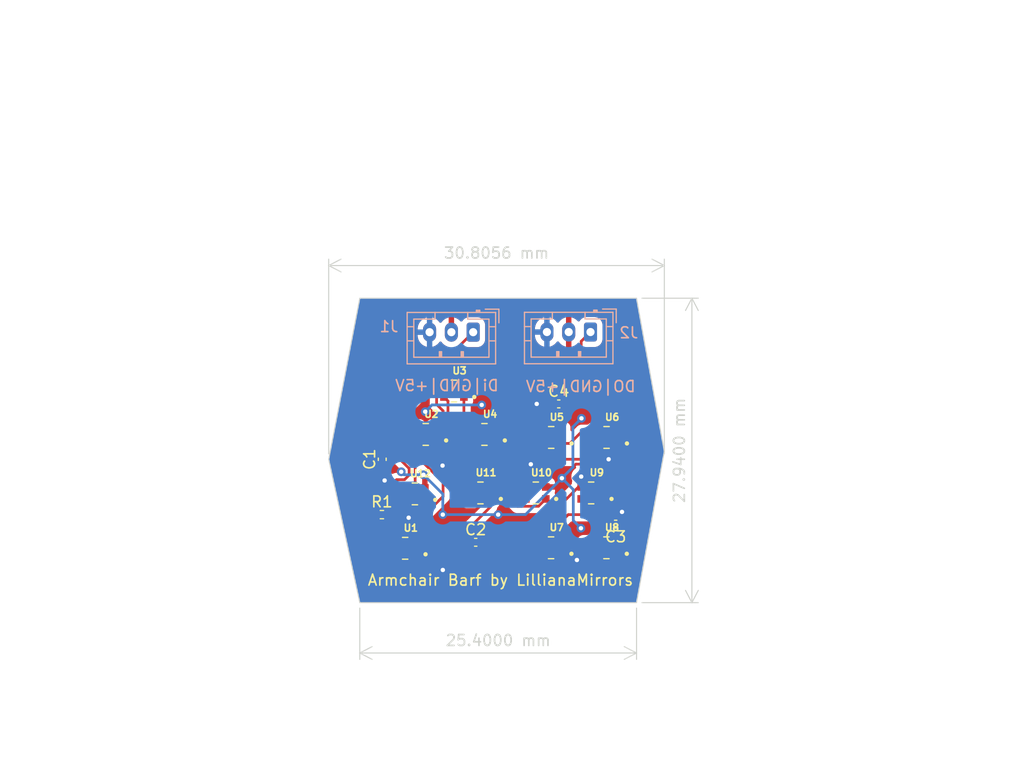
<source format=kicad_pcb>
(kicad_pcb (version 20221018) (generator pcbnew)
  (layers (0 "F.Cu" signal) (31 "B.Cu" signal) (34 "B.Paste" user) (35 "F.Paste" user) (36 "B.SilkS" user "B.Silkscreen") (37 "F.SilkS" user "F.Silkscreen") (38 "B.Mask" user) (39 "F.Mask" user) (44 "Edge.Cuts" user))
  (net 0 "")
  (net 1 "Net-(U1-DI)")
  (net 2 "Net-(U1-DO)")
  (net 3 "Net-(U2-DO)")
  (net 4 "Net-(U3-DO)")
  (net 5 "Net-(U4-DO)")
  (net 6 "Net-(U5-DO)")
  (net 7 "Net-(U6-DO)")
  (net 8 "Net-(U7-DO)")
  (net 9 "Net-(U8-DO)")
  (net 10 "Net-(U10-DI)")
  (net 11 "Net-(U10-DO)")
  (net 12 "+5V")
  (net 13 "GND")
  (net 14 "Net-(U11-DO)")
  (net 15 "Net-(J1-Pin_1)")
  (net 16 "Net-(J2-Pin_1)")
  (footprint "WS2812-2020:LED_WS2812-2020" (layer "F.Cu") (at 163.842009 101.861109)
    (fp_text reference "U4" (at 0.517 -1.86247) (layer "F.SilkS") (effects (font (size 0.64 0.64))))
    (fp_text value "WS2812-2020" hide)
    (fp_line (start 0.245 -1) (end -0.245 -1) (stroke (width 0.127)) (layer "F.SilkS"))
    (fp_line (start 0.245 1) (end -0.245 1) (stroke (width 0.127)) (layer "F.SilkS"))
    (fp_circle (center 1.87 0.55) (end 1.97 0.55) (stroke (width 0.2)) (fill none) (layer "F.SilkS"))
    (pad "1" smd rect (at 0.915 0.55) (size 0.7 0.7) (layers "F.Cu" "F.Paste" "F.Mask") (net 5 "Net-(U4-DO)"))
    (pad "2" smd rect (at 0.915 -0.55) (size 0.7 0.7) (layers "F.Cu" "F.Paste" "F.Mask") (net 13 "GND"))
    (pad "3" smd rect (at -0.915 -0.55) (size 0.7 0.7) (layers "F.Cu" "F.Paste" "F.Mask") (net 4 "Net-(U3-DO)"))
    (pad "4" smd rect (at -0.915 0.55) (size 0.7 0.7) (layers "F.Cu" "F.Paste" "F.Mask") (net 12 "+5V"))
  )
  (footprint "Capacitor_SMD:C_0402_1005Metric" (layer "F.Cu") (at 163.04 111.76)
    (fp_text reference "C2" (at 0 -1.16) (layer "F.SilkS"))
    (fp_text value "C")
    (fp_line (start -0.107836 -0.36) (end 0.107836 -0.36) (stroke (width 0.12)) (layer "F.SilkS"))
    (fp_line (start -0.107836 0.36) (end 0.107836 0.36) (stroke (width 0.12)) (layer "F.SilkS"))
    (pad "1" smd roundrect (at -0.48 0) (size 0.56 0.62) (layers "F.Cu" "F.Paste" "F.Mask") (net 12 "+5V"))
    (pad "2" smd roundrect (at 0.48 0) (size 0.56 0.62) (layers "F.Cu" "F.Paste" "F.Mask") (net 13 "GND"))
  )
  (footprint "Capacitor_SMD:C_0402_1005Metric" (layer "F.Cu") (at 170.66 99.06)
    (fp_text reference "C4" (at 0 -1.16) (layer "F.SilkS"))
    (fp_text value "C")
    (fp_line (start -0.107836 -0.36) (end 0.107836 -0.36) (stroke (width 0.12)) (layer "F.SilkS"))
    (fp_line (start -0.107836 0.36) (end 0.107836 0.36) (stroke (width 0.12)) (layer "F.SilkS"))
    (pad "1" smd roundrect (at -0.48 0) (size 0.56 0.62) (layers "F.Cu" "F.Paste" "F.Mask") (net 12 "+5V"))
    (pad "2" smd roundrect (at 0.48 0) (size 0.56 0.62) (layers "F.Cu" "F.Paste" "F.Mask") (net 13 "GND"))
  )
  (footprint "WS2812-2020:LED_WS2812-2020" (layer "F.Cu") (at 169.955746 112.263647)
    (fp_text reference "U7" (at 0.517 -1.86247) (layer "F.SilkS") (effects (font (size 0.64 0.64))))
    (fp_text value "WS2812-2020" hide)
    (fp_line (start 0.245 -1) (end -0.245 -1) (stroke (width 0.127)) (layer "F.SilkS"))
    (fp_line (start 0.245 1) (end -0.245 1) (stroke (width 0.127)) (layer "F.SilkS"))
    (fp_circle (center 1.87 0.55) (end 1.97 0.55) (stroke (width 0.2)) (fill none) (layer "F.SilkS"))
    (pad "1" smd rect (at 0.915 0.55) (size 0.7 0.7) (layers "F.Cu" "F.Paste" "F.Mask") (net 8 "Net-(U7-DO)"))
    (pad "2" smd rect (at 0.915 -0.55) (size 0.7 0.7) (layers "F.Cu" "F.Paste" "F.Mask") (net 13 "GND"))
    (pad "3" smd rect (at -0.915 -0.55) (size 0.7 0.7) (layers "F.Cu" "F.Paste" "F.Mask") (net 7 "Net-(U6-DO)"))
    (pad "4" smd rect (at -0.915 0.55) (size 0.7 0.7) (layers "F.Cu" "F.Paste" "F.Mask") (net 12 "+5V"))
  )
  (footprint "WS2812-2020:LED_WS2812-2020" (layer "F.Cu") (at 175.048687 102.137542)
    (fp_text reference "U6" (at 0.517 -1.86247) (layer "F.SilkS") (effects (font (size 0.64 0.64))))
    (fp_text value "WS2812-2020" hide)
    (fp_line (start 0.245 -1) (end -0.245 -1) (stroke (width 0.127)) (layer "F.SilkS"))
    (fp_line (start 0.245 1) (end -0.245 1) (stroke (width 0.127)) (layer "F.SilkS"))
    (fp_circle (center 1.87 0.55) (end 1.97 0.55) (stroke (width 0.2)) (fill none) (layer "F.SilkS"))
    (pad "1" smd rect (at 0.915 0.55) (size 0.7 0.7) (layers "F.Cu" "F.Paste" "F.Mask") (net 7 "Net-(U6-DO)"))
    (pad "2" smd rect (at 0.915 -0.55) (size 0.7 0.7) (layers "F.Cu" "F.Paste" "F.Mask") (net 13 "GND"))
    (pad "3" smd rect (at -0.915 -0.55) (size 0.7 0.7) (layers "F.Cu" "F.Paste" "F.Mask") (net 6 "Net-(U5-DO)"))
    (pad "4" smd rect (at -0.915 0.55) (size 0.7 0.7) (layers "F.Cu" "F.Paste" "F.Mask") (net 12 "+5V"))
  )
  (footprint "WS2812-2020:LED_WS2812-2020" (layer "F.Cu") (at 175.035746 112.263647)
    (fp_text reference "U8" (at 0.517 -1.86247) (layer "F.SilkS") (effects (font (size 0.64 0.64))))
    (fp_text value "WS2812-2020" hide)
    (fp_line (start 0.245 -1) (end -0.245 -1) (stroke (width 0.127)) (layer "F.SilkS"))
    (fp_line (start 0.245 1) (end -0.245 1) (stroke (width 0.127)) (layer "F.SilkS"))
    (fp_circle (center 1.87 0.55) (end 1.97 0.55) (stroke (width 0.2)) (fill none) (layer "F.SilkS"))
    (pad "1" smd rect (at 0.915 0.55) (size 0.7 0.7) (layers "F.Cu" "F.Paste" "F.Mask") (net 9 "Net-(U8-DO)"))
    (pad "2" smd rect (at 0.915 -0.55) (size 0.7 0.7) (layers "F.Cu" "F.Paste" "F.Mask") (net 13 "GND"))
    (pad "3" smd rect (at -0.915 -0.55) (size 0.7 0.7) (layers "F.Cu" "F.Paste" "F.Mask") (net 8 "Net-(U7-DO)"))
    (pad "4" smd rect (at -0.915 0.55) (size 0.7 0.7) (layers "F.Cu" "F.Paste" "F.Mask") (net 12 "+5V"))
  )
  (footprint "Capacitor_SMD:C_0402_1005Metric" (layer "F.Cu") (at 175.884587 110.094051 180)
    (fp_text reference "C3" (at 0 -1.16) (layer "F.SilkS"))
    (fp_text value "C")
    (fp_line (start -0.107836 -0.36) (end 0.107836 -0.36) (stroke (width 0.12)) (layer "F.SilkS"))
    (fp_line (start -0.107836 0.36) (end 0.107836 0.36) (stroke (width 0.12)) (layer "F.SilkS"))
    (pad "1" smd roundrect (at -0.48 0 180) (size 0.56 0.62) (layers "F.Cu" "F.Paste" "F.Mask") (net 12 "+5V"))
    (pad "2" smd roundrect (at 0.48 0 180) (size 0.56 0.62) (layers "F.Cu" "F.Paste" "F.Mask") (net 13 "GND"))
  )
  (footprint "WS2812-2020:LED_WS2812-2020" (layer "F.Cu") (at 169.968687 102.137542)
    (fp_text reference "U5" (at 0.517 -1.86247) (layer "F.SilkS") (effects (font (size 0.64 0.64))))
    (fp_text value "WS2812-2020" hide)
    (fp_line (start 0.245 -1) (end -0.245 -1) (stroke (width 0.127)) (layer "F.SilkS"))
    (fp_line (start 0.245 1) (end -0.245 1) (stroke (width 0.127)) (layer "F.SilkS"))
    (fp_circle (center 1.87 0.55) (end 1.97 0.55) (stroke (width 0.2)) (fill none) (layer "F.SilkS"))
    (pad "1" smd rect (at 0.915 0.55) (size 0.7 0.7) (layers "F.Cu" "F.Paste" "F.Mask") (net 6 "Net-(U5-DO)"))
    (pad "2" smd rect (at 0.915 -0.55) (size 0.7 0.7) (layers "F.Cu" "F.Paste" "F.Mask") (net 13 "GND"))
    (pad "3" smd rect (at -0.915 -0.55) (size 0.7 0.7) (layers "F.Cu" "F.Paste" "F.Mask") (net 5 "Net-(U4-DO)"))
    (pad "4" smd rect (at -0.915 0.55) (size 0.7 0.7) (layers "F.Cu" "F.Paste" "F.Mask") (net 12 "+5V"))
  )
  (footprint "WS2812-2020:LED_WS2812-2020" (layer "F.Cu") (at 158.454038 101.861109)
    (fp_text reference "U2" (at 0.517 -1.86247) (layer "F.SilkS") (effects (font (size 0.64 0.64))))
    (fp_text value "WS2812-2020" hide)
    (fp_line (start 0.245 -1) (end -0.245 -1) (stroke (width 0.127)) (layer "F.SilkS"))
    (fp_line (start 0.245 1) (end -0.245 1) (stroke (width 0.127)) (layer "F.SilkS"))
    (fp_circle (center 1.87 0.55) (end 1.97 0.55) (stroke (width 0.2)) (fill none) (layer "F.SilkS"))
    (pad "1" smd rect (at 0.915 0.55) (size 0.7 0.7) (layers "F.Cu" "F.Paste" "F.Mask") (net 3 "Net-(U2-DO)"))
    (pad "2" smd rect (at 0.915 -0.55) (size 0.7 0.7) (layers "F.Cu" "F.Paste" "F.Mask") (net 13 "GND"))
    (pad "3" smd rect (at -0.915 -0.55) (size 0.7 0.7) (layers "F.Cu" "F.Paste" "F.Mask") (net 2 "Net-(U1-DO)"))
    (pad "4" smd rect (at -0.915 0.55) (size 0.7 0.7) (layers "F.Cu" "F.Paste" "F.Mask") (net 12 "+5V"))
  )
  (footprint "Resistor_SMD:R_0402_1005Metric" (layer "F.Cu") (at 154.43 109.22)
    (fp_text reference "R1" (at 0 -1.17) (layer "F.SilkS"))
    (fp_text value "R")
    (fp_line (start -0.153641 -0.38) (end 0.153641 -0.38) (stroke (width 0.12)) (layer "F.SilkS"))
    (fp_line (start -0.153641 0.38) (end 0.153641 0.38) (stroke (width 0.12)) (layer "F.SilkS"))
    (pad "1" smd roundrect (at -0.51 0) (size 0.54 0.64) (layers "F.Cu" "F.Paste" "F.Mask") (net 15 "Net-(J1-Pin_1)"))
    (pad "2" smd roundrect (at 0.51 0) (size 0.54 0.64) (layers "F.Cu" "F.Paste" "F.Mask") (net 1 "Net-(U1-DI)"))
  )
  (footprint "WS2812-2020:LED_WS2812-2020" (layer "F.Cu") (at 163.475 107.23)
    (fp_text reference "U11" (at 0.517 -1.86247) (layer "F.SilkS") (effects (font (size 0.64 0.64))))
    (fp_text value "WS2812-2020" hide)
    (fp_line (start 0.245 -1) (end -0.245 -1) (stroke (width 0.127)) (layer "F.SilkS"))
    (fp_line (start 0.245 1) (end -0.245 1) (stroke (width 0.127)) (layer "F.SilkS"))
    (fp_circle (center 1.87 0.55) (end 1.97 0.55) (stroke (width 0.2)) (fill none) (layer "F.SilkS"))
    (pad "1" smd rect (at 0.915 0.55) (size 0.7 0.7) (layers "F.Cu" "F.Paste" "F.Mask") (net 14 "Net-(U11-DO)"))
    (pad "2" smd rect (at 0.915 -0.55) (size 0.7 0.7) (layers "F.Cu" "F.Paste" "F.Mask") (net 13 "GND"))
    (pad "3" smd rect (at -0.915 -0.55) (size 0.7 0.7) (layers "F.Cu" "F.Paste" "F.Mask") (net 11 "Net-(U10-DO)"))
    (pad "4" smd rect (at -0.915 0.55) (size 0.7 0.7) (layers "F.Cu" "F.Paste" "F.Mask") (net 12 "+5V"))
  )
  (footprint "WS2812-2020:LED_WS2812-2020" (layer "F.Cu") (at 157.457514 107.317612)
    (fp_text reference "U12" (at 0.517 -1.86247) (layer "F.SilkS") (effects (font (size 0.64 0.64))))
    (fp_text value "WS2812-2020" hide)
    (fp_line (start 0.245 -1) (end -0.245 -1) (stroke (width 0.127)) (layer "F.SilkS"))
    (fp_line (start 0.245 1) (end -0.245 1) (stroke (width 0.127)) (layer "F.SilkS"))
    (fp_circle (center 1.87 0.55) (end 1.97 0.55) (stroke (width 0.2)) (fill none) (layer "F.SilkS"))
    (pad "1" smd rect (at 0.915 0.55) (size 0.7 0.7) (layers "F.Cu" "F.Paste" "F.Mask") (net 16 "Net-(J2-Pin_1)"))
    (pad "2" smd rect (at 0.915 -0.55) (size 0.7 0.7) (layers "F.Cu" "F.Paste" "F.Mask") (net 13 "GND"))
    (pad "3" smd rect (at -0.915 -0.55) (size 0.7 0.7) (layers "F.Cu" "F.Paste" "F.Mask") (net 14 "Net-(U11-DO)"))
    (pad "4" smd rect (at -0.915 0.55) (size 0.7 0.7) (layers "F.Cu" "F.Paste" "F.Mask") (net 12 "+5V"))
  )
  (footprint "Capacitor_SMD:C_0402_1005Metric" (layer "F.Cu") (at 154.46 104.14 90)
    (fp_text reference "C1" (at 0 -1.16 90) (layer "F.SilkS"))
    (fp_text value "C")
    (fp_line (start -0.107836 -0.36) (end 0.107836 -0.36) (stroke (width 0.12)) (layer "F.SilkS"))
    (fp_line (start -0.107836 0.36) (end 0.107836 0.36) (stroke (width 0.12)) (layer "F.SilkS"))
    (pad "1" smd roundrect (at -0.48 0 90) (size 0.56 0.62) (layers "F.Cu" "F.Paste" "F.Mask") (net 12 "+5V"))
    (pad "2" smd roundrect (at 0.48 0 90) (size 0.56 0.62) (layers "F.Cu" "F.Paste" "F.Mask") (net 13 "GND"))
  )
  (footprint "WS2812-2020:LED_WS2812-2020" (layer "F.Cu") (at 161.040452 97.876627)
    (fp_text reference "U3" (at 0.517 -1.86247) (layer "F.SilkS") (effects (font (size 0.64 0.64))))
    (fp_text value "WS2812-2020" hide)
    (fp_line (start 0.245 -1) (end -0.245 -1) (stroke (width 0.127)) (layer "F.SilkS"))
    (fp_line (start 0.245 1) (end -0.245 1) (stroke (width 0.127)) (layer "F.SilkS"))
    (fp_circle (center 1.87 0.55) (end 1.97 0.55) (stroke (width 0.2)) (fill none) (layer "F.SilkS"))
    (pad "1" smd rect (at 0.915 0.55) (size 0.7 0.7) (layers "F.Cu" "F.Paste" "F.Mask") (net 4 "Net-(U3-DO)"))
    (pad "2" smd rect (at 0.915 -0.55) (size 0.7 0.7) (layers "F.Cu" "F.Paste" "F.Mask") (net 13 "GND"))
    (pad "3" smd rect (at -0.915 -0.55) (size 0.7 0.7) (layers "F.Cu" "F.Paste" "F.Mask") (net 3 "Net-(U2-DO)"))
    (pad "4" smd rect (at -0.915 0.55) (size 0.7 0.7) (layers "F.Cu" "F.Paste" "F.Mask") (net 12 "+5V"))
  )
  (footprint "WS2812-2020:LED_WS2812-2020" (layer "F.Cu") (at 168.555 107.23)
    (fp_text reference "U10" (at 0.517 -1.86247) (layer "F.SilkS") (effects (font (size 0.64 0.64))))
    (fp_text value "WS2812-2020")
    (fp_line (start 0.245 -1) (end -0.245 -1) (stroke (width 0.127)) (layer "F.SilkS"))
    (fp_line (start 0.245 1) (end -0.245 1) (stroke (width 0.127)) (layer "F.SilkS"))
    (fp_circle (center 1.87 0.55) (end 1.97 0.55) (stroke (width 0.2)) (fill none) (layer "F.SilkS"))
    (pad "1" smd rect (at 0.915 0.55) (size 0.7 0.7) (layers "F.Cu" "F.Paste" "F.Mask") (net 11 "Net-(U10-DO)"))
    (pad "2" smd rect (at 0.915 -0.55) (size 0.7 0.7) (layers "F.Cu" "F.Paste" "F.Mask") (net 13 "GND"))
    (pad "3" smd rect (at -0.915 -0.55) (size 0.7 0.7) (layers "F.Cu" "F.Paste" "F.Mask") (net 10 "Net-(U10-DI)"))
    (pad "4" smd rect (at -0.915 0.55) (size 0.7 0.7) (layers "F.Cu" "F.Paste" "F.Mask") (net 12 "+5V"))
  )
  (footprint "WS2812-2020:LED_WS2812-2020" (layer "F.Cu") (at 156.565 112.31)
    (fp_text reference "U1" (at 0.517 -1.86247) (layer "F.SilkS") (effects (font (size 0.64 0.64))))
    (fp_text value "WS2812-2020" hide)
    (fp_line (start 0.245 -1) (end -0.245 -1) (stroke (width 0.127)) (layer "F.SilkS"))
    (fp_line (start 0.245 1) (end -0.245 1) (stroke (width 0.127)) (layer "F.SilkS"))
    (fp_circle (center 1.87 0.55) (end 1.97 0.55) (stroke (width 0.2)) (fill none) (layer "F.SilkS"))
    (pad "1" smd rect (at 0.915 0.55) (size 0.7 0.7) (layers "F.Cu" "F.Paste" "F.Mask") (net 2 "Net-(U1-DO)"))
    (pad "2" smd rect (at 0.915 -0.55) (size 0.7 0.7) (layers "F.Cu" "F.Paste" "F.Mask") (net 13 "GND"))
    (pad "3" smd rect (at -0.915 -0.55) (size 0.7 0.7) (layers "F.Cu" "F.Paste" "F.Mask") (net 1 "Net-(U1-DI)"))
    (pad "4" smd rect (at -0.915 0.55) (size 0.7 0.7) (layers "F.Cu" "F.Paste" "F.Mask") (net 12 "+5V"))
  )
  (footprint "WS2812-2020:LED_WS2812-2020" (layer "F.Cu") (at 173.635 107.23)
    (fp_text reference "U9" (at 0.517 -1.86247) (layer "F.SilkS") (effects (font (size 0.64 0.64))))
    (fp_text value "WS2812-2020" hide)
    (fp_line (start 0.245 -1) (end -0.245 -1) (stroke (width 0.127)) (layer "F.SilkS"))
    (fp_line (start 0.245 1) (end -0.245 1) (stroke (width 0.127)) (layer "F.SilkS"))
    (fp_circle (center 1.87 0.55) (end 1.97 0.55) (stroke (width 0.2)) (fill none) (layer "F.SilkS"))
    (pad "1" smd rect (at 0.915 0.55) (size 0.7 0.7) (layers "F.Cu" "F.Paste" "F.Mask") (net 10 "Net-(U10-DI)"))
    (pad "2" smd rect (at 0.915 -0.55) (size 0.7 0.7) (layers "F.Cu" "F.Paste" "F.Mask") (net 13 "GND"))
    (pad "3" smd rect (at -0.915 -0.55) (size 0.7 0.7) (layers "F.Cu" "F.Paste" "F.Mask") (net 9 "Net-(U8-DO)"))
    (pad "4" smd rect (at -0.915 0.55) (size 0.7 0.7) (layers "F.Cu" "F.Paste" "F.Mask") (net 12 "+5V"))
  )
  (footprint "Connector_JST:JST_PH_B3B-PH-K_1x03_P2.00mm_Vertical" (layer "B.Cu") (at 173.574328 92.462895 180)
    (fp_text reference "J2" (at -3.516288 -0.067232) (layer "B.SilkS") (effects (justify mirror)))
    (fp_text value "Conn_01x03_Socket" hide)
    (fp_line (start -2.36 2.11) (end -2.36 0.86) (stroke (width 0.12)) (layer "B.SilkS"))
    (fp_line (start -2.06 -2.91) (end 6.06 -2.91) (stroke (width 0.12)) (layer "B.SilkS"))
    (fp_line (start -2.06 -0.8) (end -1.45 -0.8) (stroke (width 0.12)) (layer "B.SilkS"))
    (fp_line (start -2.06 0.5) (end -1.45 0.5) (stroke (width 0.12)) (layer "B.SilkS"))
    (fp_line (start -2.06 1.81) (end -2.06 -2.91) (stroke (width 0.12)) (layer "B.SilkS"))
    (fp_line (start -1.45 -2.3) (end 5.45 -2.3) (stroke (width 0.12)) (layer "B.SilkS"))
    (fp_line (start -1.45 1.2) (end -1.45 -2.3) (stroke (width 0.12)) (layer "B.SilkS"))
    (fp_line (start -1.11 2.11) (end -2.36 2.11) (stroke (width 0.12)) (layer "B.SilkS"))
    (fp_line (start -0.6 2.01) (end -0.6 1.81) (stroke (width 0.12)) (layer "B.SilkS"))
    (fp_line (start -0.3 1.81) (end -0.3 2.01) (stroke (width 0.12)) (layer "B.SilkS"))
    (fp_line (start -0.3 1.91) (end -0.6 1.91) (stroke (width 0.12)) (layer "B.SilkS"))
    (fp_line (start -0.3 2.01) (end -0.6 2.01) (stroke (width 0.12)) (layer "B.SilkS"))
    (fp_line (start 0.5 1.2) (end -1.45 1.2) (stroke (width 0.12)) (layer "B.SilkS"))
    (fp_line (start 0.5 1.81) (end 0.5 1.2) (stroke (width 0.12)) (layer "B.SilkS"))
    (fp_line (start 0.9 -2.3) (end 0.9 -1.8) (stroke (width 0.12)) (layer "B.SilkS"))
    (fp_line (start 0.9 -1.8) (end 1.1 -1.8) (stroke (width 0.12)) (layer "B.SilkS"))
    (fp_line (start 1 -2.3) (end 1 -1.8) (stroke (width 0.12)) (layer "B.SilkS"))
    (fp_line (start 1.1 -1.8) (end 1.1 -2.3) (stroke (width 0.12)) (layer "B.SilkS"))
    (fp_line (start 2.9 -2.3) (end 2.9 -1.8) (stroke (width 0.12)) (layer "B.SilkS"))
    (fp_line (start 2.9 -1.8) (end 3.1 -1.8) (stroke (width 0.12)) (layer "B.SilkS"))
    (fp_line (start 3 -2.3) (end 3 -1.8) (stroke (width 0.12)) (layer "B.SilkS"))
    (fp_line (start 3.1 -1.8) (end 3.1 -2.3) (stroke (width 0.12)) (layer "B.SilkS"))
    (fp_line (start 3.5 1.2) (end 3.5 1.81) (stroke (width 0.12)) (layer "B.SilkS"))
    (fp_line (start 5.45 -2.3) (end 5.45 1.2) (stroke (width 0.12)) (layer "B.SilkS"))
    (fp_line (start 5.45 1.2) (end 3.5 1.2) (stroke (width 0.12)) (layer "B.SilkS"))
    (fp_line (start 6.06 -2.91) (end 6.06 1.81) (stroke (width 0.12)) (layer "B.SilkS"))
    (fp_line (start 6.06 -0.8) (end 5.45 -0.8) (stroke (width 0.12)) (layer "B.SilkS"))
    (fp_line (start 6.06 0.5) (end 5.45 0.5) (stroke (width 0.12)) (layer "B.SilkS"))
    (fp_line (start 6.06 1.81) (end -2.06 1.81) (stroke (width 0.12)) (layer "B.SilkS"))
    (pad "1" thru_hole roundrect (at 0 0 180) (size 1.2 1.75) (drill 0.75) (layers "*.Cu" "*.Mask") (roundrect_rratio 0.208333) (net 16 "Net-(J2-Pin_1)"))
    (pad "2" thru_hole oval (at 2 0 180) (size 1.2 1.75) (drill 0.75) (layers "*.Cu" "*.Mask") (net 13 "GND"))
    (pad "3" thru_hole oval (at 4 0 180) (size 1.2 1.75) (drill 0.75) (layers "*.Cu" "*.Mask") (net 12 "+5V"))
  )
  (footprint "Connector_JST:JST_PH_B3B-PH-K_1x03_P2.00mm_Vertical" (layer "B.Cu") (at 162.806646 92.475662 180)
    (fp_text reference "J1" (at 7.729233 0.511401) (layer "B.SilkS") (effects (justify mirror)))
    (fp_text value "Conn_01x03_Socket" hide)
    (fp_line (start -2.36 2.11) (end -2.36 0.86) (stroke (width 0.12)) (layer "B.SilkS"))
    (fp_line (start -2.06 -2.91) (end 6.06 -2.91) (stroke (width 0.12)) (layer "B.SilkS"))
    (fp_line (start -2.06 -0.8) (end -1.45 -0.8) (stroke (width 0.12)) (layer "B.SilkS"))
    (fp_line (start -2.06 0.5) (end -1.45 0.5) (stroke (width 0.12)) (layer "B.SilkS"))
    (fp_line (start -2.06 1.81) (end -2.06 -2.91) (stroke (width 0.12)) (layer "B.SilkS"))
    (fp_line (start -1.45 -2.3) (end 5.45 -2.3) (stroke (width 0.12)) (layer "B.SilkS"))
    (fp_line (start -1.45 1.2) (end -1.45 -2.3) (stroke (width 0.12)) (layer "B.SilkS"))
    (fp_line (start -1.11 2.11) (end -2.36 2.11) (stroke (width 0.12)) (layer "B.SilkS"))
    (fp_line (start -0.6 2.01) (end -0.6 1.81) (stroke (width 0.12)) (layer "B.SilkS"))
    (fp_line (start -0.3 1.81) (end -0.3 2.01) (stroke (width 0.12)) (layer "B.SilkS"))
    (fp_line (start -0.3 1.91) (end -0.6 1.91) (stroke (width 0.12)) (layer "B.SilkS"))
    (fp_line (start -0.3 2.01) (end -0.6 2.01) (stroke (width 0.12)) (layer "B.SilkS"))
    (fp_line (start 0.5 1.2) (end -1.45 1.2) (stroke (width 0.12)) (layer "B.SilkS"))
    (fp_line (start 0.5 1.81) (end 0.5 1.2) (stroke (width 0.12)) (layer "B.SilkS"))
    (fp_line (start 0.9 -2.3) (end 0.9 -1.8) (stroke (width 0.12)) (layer "B.SilkS"))
    (fp_line (start 0.9 -1.8) (end 1.1 -1.8) (stroke (width 0.12)) (layer "B.SilkS"))
    (fp_line (start 1 -2.3) (end 1 -1.8) (stroke (width 0.12)) (layer "B.SilkS"))
    (fp_line (start 1.1 -1.8) (end 1.1 -2.3) (stroke (width 0.12)) (layer "B.SilkS"))
    (fp_line (start 2.9 -2.3) (end 2.9 -1.8) (stroke (width 0.12)) (layer "B.SilkS"))
    (fp_line (start 2.9 -1.8) (end 3.1 -1.8) (stroke (width 0.12)) (layer "B.SilkS"))
    (fp_line (start 3 -2.3) (end 3 -1.8) (stroke (width 0.12)) (layer "B.SilkS"))
    (fp_line (start 3.1 -1.8) (end 3.1 -2.3) (stroke (width 0.12)) (layer "B.SilkS"))
    (fp_line (start 3.5 1.2) (end 3.5 1.81) (stroke (width 0.12)) (layer "B.SilkS"))
    (fp_line (start 5.45 -2.3) (end 5.45 1.2) (stroke (width 0.12)) (layer "B.SilkS"))
    (fp_line (start 5.45 1.2) (end 3.5 1.2) (stroke (width 0.12)) (layer "B.SilkS"))
    (fp_line (start 6.06 -2.91) (end 6.06 1.81) (stroke (width 0.12)) (layer "B.SilkS"))
    (fp_line (start 6.06 -0.8) (end 5.45 -0.8) (stroke (width 0.12)) (layer "B.SilkS"))
    (fp_line (start 6.06 0.5) (end 5.45 0.5) (stroke (width 0.12)) (layer "B.SilkS"))
    (fp_line (start 6.06 1.81) (end -2.06 1.81) (stroke (width 0.12)) (layer "B.SilkS"))
    (pad "1" thru_hole roundrect (at 0 0 180) (size 1.2 1.75) (drill 0.75) (layers "*.Cu" "*.Mask") (roundrect_rratio 0.208333) (net 15 "Net-(J1-Pin_1)"))
    (pad "2" thru_hole oval (at 2 0 180) (size 1.2 1.75) (drill 0.75) (layers "*.Cu" "*.Mask") (net 13 "GND"))
    (pad "3" thru_hole oval (at 4 0 180) (size 1.2 1.75) (drill 0.75) (layers "*.Cu" "*.Mask") (net 12 "+5V"))
  )
  (gr_poly (pts (xy 152.4 117.299731) (xy 177.8 117.299731) (xy 180.351498 103.42359) (xy 177.8 89.359731) (xy 152.4 89.359731) (xy 149.545851 104.14)) (stroke (width 0.1)) (fill none) (layer "Edge.Cuts"))
  (gr_text "Di|GND|+5V\n" (at 165.233213 97.959569) (layer "B.SilkS") (effects (font (size 1 1)) (justify left bottom mirror)))
  (gr_text "DO|GND|+5V\n" (at 177.8 98.042779) (layer "B.SilkS") (effects (font (size 1 1)) (justify left bottom mirror)))
  (gr_text "Armchair Barf by LillianaMirrors\n" (at 153.047448 115.817104) (layer "F.SilkS") (effects (font (size 1 1)) (justify left bottom)))
  (dimension (type aligned) (layer "Edge.Cuts") (pts (xy 177.8 117.299731) (xy 177.8 89.359731)) (height 5.08) (gr_text "27.9400 mm" (at 181.73 103.329731 90) (layer "Edge.Cuts") (effects (font (size 1 1) (thickness 0.15)))) (format (prefix "") (suffix "") (units 3) (units_format 1) (precision 4)) (style (thickness 0.1) (arrow_length 1.27) (text_position_mode 0) (extension_height 0.58642) (extension_offset 0.5) keep_text_aligned))
  (dimension (type aligned) (layer "Edge.Cuts") (pts (xy 177.8 117.299731) (xy 152.4 117.299731)) (height -4.620269) (gr_text "25.4000 mm" (at 165.1 120.77) (layer "Edge.Cuts") (effects (font (size 1 1) (thickness 0.15)))) (format (prefix "") (suffix "") (units 3) (units_format 1) (precision 4)) (style (thickness 0.1) (arrow_length 1.27) (text_position_mode 0) (extension_height 0.58642) (extension_offset 0.5) keep_text_aligned))
  (dimension (type aligned) (layer "Edge.Cuts") (pts (xy 149.545851 104.14) (xy 180.351498 104.14)) (height -17.78) (gr_text "30.8056 mm" (at 164.948675 85.21) (layer "Edge.Cuts") (effects (font (size 1 1) (thickness 0.15)))) (format (prefix "") (suffix "") (units 3) (units_format 1) (precision 4)) (style (thickness 0.1) (arrow_length 1.27) (text_position_mode 0) (extension_height 0.58642) (extension_offset 0.5) keep_text_aligned))
  (segment (start 154.94 109.22) (end 154.94 111.05) (width 0.25) (layer "F.Cu") (net 1))
  (segment (start 154.94 111.05) (end 155.65 111.76) (width 0.25) (layer "F.Cu") (net 1))
  (segment (start 156.88 112.86) (end 156.805 112.785) (width 0.25) (layer "F.Cu") (net 2))
  (segment (start 156.805 112.785) (end 156.805 110.785126) (width 0.25) (layer "F.Cu") (net 2))
  (segment (start 160.044038 107.546088) (end 160.044038 106.266109) (width 0.25) (layer "F.Cu") (net 2))
  (segment (start 157.48 112.86) (end 156.88 112.86) (width 0.25) (layer "F.Cu") (net 2))
  (segment (start 156.805 110.785126) (end 160.044038 107.546088) (width 0.25) (layer "F.Cu") (net 2))
  (segment (start 157.289038 101.311109) (end 157.539038 101.311109) (width 0.25) (layer "F.Cu") (net 2))
  (segment (start 156.864038 101.736109) (end 157.289038 101.311109) (width 0.25) (layer "F.Cu") (net 2))
  (segment (start 156.864038 103.086109) (end 156.864038 101.736109) (width 0.25) (layer "F.Cu") (net 2))
  (segment (start 160.044038 106.266109) (end 156.864038 103.086109) (width 0.25) (layer "F.Cu") (net 2))
  (segment (start 159.450452 97.401627) (end 159.525452 97.326627) (width 0.25) (layer "F.Cu") (net 3))
  (segment (start 159.969038 102.411109) (end 160.044038 102.336109) (width 0.25) (layer "F.Cu") (net 3))
  (segment (start 159.369038 102.411109) (end 159.969038 102.411109) (width 0.25) (layer "F.Cu") (net 3))
  (segment (start 160.044038 99.695213) (end 159.450452 99.101627) (width 0.25) (layer "F.Cu") (net 3))
  (segment (start 159.525452 97.326627) (end 160.125452 97.326627) (width 0.25) (layer "F.Cu") (net 3))
  (segment (start 159.450452 99.101627) (end 159.450452 97.401627) (width 0.25) (layer "F.Cu") (net 3))
  (segment (start 160.044038 102.336109) (end 160.044038 99.695213) (width 0.25) (layer "F.Cu") (net 3))
  (segment (start 161.955452 98.426627) (end 161.955452 100.339552) (width 0.25) (layer "F.Cu") (net 4))
  (segment (start 161.955452 100.339552) (end 162.927009 101.311109) (width 0.25) (layer "F.Cu") (net 4))
  (segment (start 166.180576 101.587542) (end 169.053687 101.587542) (width 0.25) (layer "F.Cu") (net 5))
  (segment (start 164.757009 102.411109) (end 165.357009 102.411109) (width 0.25) (layer "F.Cu") (net 5))
  (segment (start 165.357009 102.411109) (end 166.180576 101.587542) (width 0.25) (layer "F.Cu") (net 5))
  (segment (start 172.783687 101.587542) (end 174.133687 101.587542) (width 0.25) (layer "F.Cu") (net 6))
  (segment (start 170.883687 102.687542) (end 171.683687 102.687542) (width 0.25) (layer "F.Cu") (net 6))
  (segment (start 171.683687 102.687542) (end 172.783687 101.587542) (width 0.25) (layer "F.Cu") (net 6))
  (segment (start 175.963687 107.716313) (end 174.46 109.22) (width 0.25) (layer "F.Cu") (net 7))
  (segment (start 175.963687 102.687542) (end 175.963687 107.716313) (width 0.25) (layer "F.Cu") (net 7))
  (segment (start 171.534393 109.22) (end 169.040746 111.713647) (width 0.25) (layer "F.Cu") (net 7))
  (segment (start 174.46 109.22) (end 171.534393 109.22) (width 0.25) (layer "F.Cu") (net 7))
  (segment (start 172.972656 111.713647) (end 174.120746 111.713647) (width 0.25) (layer "F.Cu") (net 8))
  (segment (start 170.870746 112.813647) (end 171.872656 112.813647) (width 0.25) (layer "F.Cu") (net 8))
  (segment (start 171.872656 112.813647) (end 172.972656 111.713647) (width 0.25) (layer "F.Cu") (net 8))
  (segment (start 175.26 114.3) (end 168.451353 114.3) (width 0.25) (layer "F.Cu") (net 9))
  (segment (start 176.550746 112.813647) (end 175.875746 113.488647) (width 0.25) (layer "F.Cu") (net 9))
  (segment (start 167.64 111.51) (end 172.47 106.68) (width 0.25) (layer "F.Cu") (net 9))
  (segment (start 175.875746 113.488647) (end 175.875746 113.684254) (width 0.25) (layer "F.Cu") (net 9))
  (segment (start 167.64 113.488647) (end 167.64 111.51) (width 0.25) (layer "F.Cu") (net 9))
  (segment (start 172.47 106.68) (end 172.72 106.68) (width 0.25) (layer "F.Cu") (net 9))
  (segment (start 168.451353 114.3) (end 167.64 113.488647) (width 0.25) (layer "F.Cu") (net 9))
  (segment (start 175.875746 113.684254) (end 175.26 114.3) (width 0.25) (layer "F.Cu") (net 9))
  (segment (start 175.950746 112.813647) (end 176.550746 112.813647) (width 0.25) (layer "F.Cu") (net 9))
  (segment (start 170.18 104.14) (end 167.64 106.68) (width 0.25) (layer "F.Cu") (net 10))
  (segment (start 175.26 106.04) (end 173.36 104.14) (width 0.25) (layer "F.Cu") (net 10))
  (segment (start 174.55 107.78) (end 175.15 107.78) (width 0.25) (layer "F.Cu") (net 10))
  (segment (start 173.36 104.14) (end 170.18 104.14) (width 0.25) (layer "F.Cu") (net 10))
  (segment (start 175.15 107.78) (end 175.26 107.67) (width 0.25) (layer "F.Cu") (net 10))
  (segment (start 175.26 107.67) (end 175.26 106.04) (width 0.25) (layer "F.Cu") (net 10))
  (segment (start 163.235 106.005) (end 162.56 106.68) (width 0.25) (layer "F.Cu") (net 11))
  (segment (start 165.065 106.005) (end 163.235 106.005) (width 0.25) (layer "F.Cu") (net 11))
  (segment (start 166.875 108.455) (end 165.065 106.645) (width 0.25) (layer "F.Cu") (net 11))
  (segment (start 169.47 107.78) (end 168.795 108.455) (width 0.25) (layer "F.Cu") (net 11))
  (segment (start 168.795 108.455) (end 166.875 108.455) (width 0.25) (layer "F.Cu") (net 11))
  (segment (start 165.065 106.645) (end 165.065 106.005) (width 0.25) (layer "F.Cu") (net 11))
  (segment (start 162.31 107.78) (end 159.995976 105.465976) (width 0.25) (layer "F.Cu") (net 12))
  (segment (start 160.494038 104.223309) (end 159.995976 104.721371) (width 0.25) (layer "F.Cu") (net 12))
  (segment (start 157.685714 102.411109) (end 157.539038 102.411109) (width 0.25) (layer "F.Cu") (net 12))
  (segment (start 155.65 113.46) (end 156.49 114.3) (width 0.25) (layer "F.Cu") (net 12))
  (segment (start 154.46 105.867627) (end 154.678849 106.086476) (width 0.25) (layer "F.Cu") (net 12))
  (segment (start 172.222961 113.488647) (end 169.715746 113.488647) (width 0.25) (layer "F.Cu") (net 12))
  (segment (start 160.494038 98.795213) (end 160.494038 104.223309) (width 0.25) (layer "F.Cu") (net 12))
  (segment (start 168.098427 104.598991) (end 165.114891 104.598991) (width 0.25) (layer "F.Cu") (net 12))
  (segment (start 160.125452 98.426627) (end 160.494038 98.795213) (width 0.25) (layer "F.Cu") (net 12))
  (segment (start 166.965 105.732418) (end 168.098427 104.598991) (width 0.25) (layer "F.Cu") (net 12))
  (segment (start 156.542514 109.160929) (end 156.886758 109.505173) (width 0.25) (layer "F.Cu") (net 12))
  (segment (start 159.995976 104.721371) (end 157.685714 102.411109) (width 0.25) (layer "F.Cu") (net 12))
  (segment (start 173.395 107.705) (end 173.32 107.78) (width 0.25) (layer "F.Cu") (net 12))
  (segment (start 169.053687 103.643731) (end 168.098427 104.598991) (width 0.25) (layer "F.Cu") (net 12))
  (segment (start 156.49 114.3) (end 160.02 114.3) (width 0.25) (layer "F.Cu") (net 12))
  (segment (start 159.995976 105.465976) (end 159.995976 104.721371) (width 0.25) (layer "F.Cu") (net 12))
  (segment (start 166.965 107.705) (end 166.965 105.732418) (width 0.25) (layer "F.Cu") (net 12))
  (segment (start 173.32 107.78) (end 172.72 107.78) (width 0.25) (layer "F.Cu") (net 12))
  (segment (start 169.715746 113.488647) (end 169.040746 112.813647) (width 0.25) (layer "F.Cu") (net 12))
  (segment (start 174.120746 112.813647) (end 172.897961 112.813647) (width 0.25) (layer "F.Cu") (net 12))
  (segment (start 172.326672 113.384936) (end 172.222961 113.488647) (width 0.25) (layer "F.Cu") (net 12))
  (segment (start 165.114891 104.598991) (end 162.927009 102.411109) (width 0.25) (layer "F.Cu") (net 12))
  (segment (start 167.64 107.78) (end 167.04 107.78) (width 0.25) (layer "F.Cu") (net 12))
  (segment (start 170.18 99.06) (end 168.639503 99.06) (width 0.25) (layer "F.Cu") (net 12))
  (segment (start 176.465936 109.992702) (end 176.364587 110.094051) (width 0.25) (layer "F.Cu") (net 12))
  (segment (start 169.053687 102.687542) (end 169.053687 103.643731) (width 0.25) (layer "F.Cu") (net 12))
  (segment (start 172.897961 112.813647) (end 172.326672 113.384936) (width 0.25) (layer "F.Cu") (net 12))
  (segment (start 160.02 114.3) (end 162.56 111.76) (width 0.25) (layer "F.Cu") (net 12))
  (segment (start 162.56 107.78) (end 162.31 107.78) (width 0.25) (layer "F.Cu") (net 12))
  (segment (start 154.46 104.62) (end 154.46 105.867627) (width 0.25) (layer "F.Cu") (net 12))
  (segment (start 174.133687 102.687542) (end 174.133687 103.0345) (width 0.25) (layer "F.Cu") (net 12))
  (segment (start 174.133687 103.0345) (end 175.239187 104.14) (width 0.25) (layer "F.Cu") (net 12))
  (segment (start 173.395 106.005) (end 173.395 107.705) (width 0.25) (layer "F.Cu") (net 12))
  (segment (start 167.04 107.78) (end 166.965 107.705) (width 0.25) (layer "F.Cu") (net 12))
  (segment (start 176.465936 108.97027) (end 176.465936 109.992702) (width 0.25) (layer "F.Cu") (net 12))
  (segment (start 156.542514 107.867612) (end 156.542514 109.160929) (width 0.25) (layer "F.Cu") (net 12))
  (segment (start 155.65 112.86) (end 155.65 113.46) (width 0.25) (layer "F.Cu") (net 12))
  (segment (start 172.994502 106.005) (end 173.395 106.005) (width 0.25) (layer "F.Cu") (net 12))
  (segment (start 172.72 105.730498) (end 172.994502 106.005) (width 0.25) (layer "F.Cu") (net 12))
  (via (at 175.239187 104.14) (size 0.8) (drill 0.4) (layers "F.Cu" "B.Cu") (net 12))
  (via (at 156.886758 109.505173) (size 0.8) (drill 0.4) (layers "F.Cu" "B.Cu") (net 12))
  (via (at 160.02 114.3) (size 0.8) (drill 0.4) (layers "F.Cu" "B.Cu") (net 12))
  (via (at 172.72 105.730498) (size 0.8) (drill 0.4) (layers "F.Cu" "B.Cu") (net 12))
  (via (at 168.639503 99.06) (size 0.8) (drill 0.4) (layers "F.Cu" "B.Cu") (net 12))
  (via (at 176.465936 108.97027) (size 0.8) (drill 0.4) (layers "F.Cu" "B.Cu") (net 12))
  (via (at 168.098427 104.598991) (size 0.8) (drill 0.4) (layers "F.Cu" "B.Cu") (net 12))
  (via (at 154.678849 106.086476) (size 0.8) (drill 0.4) (layers "F.Cu" "B.Cu") (net 12))
  (via (at 172.326672 113.384936) (size 0.8) (drill 0.4) (layers "F.Cu" "B.Cu") (net 12))
  (via (at 159.995976 104.721371) (size 0.8) (drill 0.4) (layers "F.Cu" "B.Cu") (net 12))
  (segment (start 159.369038 100.732793) (end 158.405985 99.76974) (width 0.25) (layer "F.Cu") (net 13))
  (segment (start 172.235424 104.59) (end 170.947341 105.878083) (width 0.25) (layer "F.Cu") (net 13))
  (segment (start 163.715 106.755) (end 163.715 108.1604) (width 0.25) (layer "F.Cu") (net 13))
  (segment (start 163.715 108.1604) (end 162.6554 109.22) (width 0.25) (layer "F.Cu") (net 13))
  (segment (start 155.545 104.502609) (end 155.403849 104.64376) (width 0.25) (layer "F.Cu") (net 13))
  (segment (start 163.79 106.68) (end 163.715 106.755) (width 0.25) (layer "F.Cu") (net 13))
  (segment (start 159.369038 101.311109) (end 159.369038 100.732793) (width 0.25) (layer "F.Cu") (net 13))
  (segment (start 175.031209 110.467429) (end 172.697016 110.467429) (width 0.25) (layer "F.Cu") (net 13))
  (segment (start 175.404587 110.094051) (end 175.031209 110.467429) (width 0.25) (layer "F.Cu") (net 13))
  (segment (start 164.39 106.68) (end 163.79 106.68) (width 0.25) (layer "F.Cu") (net 13))
  (segment (start 174.55 106.68) (end 174.55 105.97) (width 0.25) (layer "F.Cu") (net 13))
  (segment (start 173.17 104.59) (end 172.235424 104.59) (width 0.25) (layer "F.Cu") (net 13))
  (segment (start 162.6554 109.22) (end 160.02 109.22) (width 0.25) (layer "F.Cu") (net 13))
  (segment (start 174.55 105.97) (end 173.17 104.59) (width 0.25) (layer "F.Cu") (net 13))
  (via (at 163.590132 99.153648) (size 0.8) (drill 0.4) (layers "F.Cu" "B.Cu") (net 13))
  (via (at 158.250262 105.561537) (size 0.8) (drill 0.4) (layers "F.Cu" "B.Cu") (net 13))
  (via (at 165.1 109.22) (size 0.8) (drill 0.4) (layers "F.Cu" "B.Cu") (net 13))
  (via (at 170.947341 105.878083) (size 0.8) (drill 0.4) (layers "F.Cu" "B.Cu") (net 13))
  (via (at 172.744972 100.381576) (size 0.8) (drill 0.4) (layers "F.Cu" "B.Cu") (net 13))
  (via (at 156.203264 105.287197) (size 0.8) (drill 0.4) (layers "F.Cu" "B.Cu") (net 13))
  (via (at 172.697016 110.467429) (size 0.8) (drill 0.4) (layers "F.Cu" "B.Cu") (net 13))
  (via (at 158.405985 99.76974) (size 0.8) (drill 0.4) (layers "F.Cu" "B.Cu") (net 13))
  (via (at 160.02 109.22) (size 0.8) (drill 0.4) (layers "F.Cu" "B.Cu") (net 13))
  (segment (start 172.697016 110.467429) (end 171.995 109.765413) (width 0.25) (layer "B.Cu") (net 13))
  (segment (start 171.995 109.765413) (end 171.995 106.925742) (width 0.25) (layer "B.Cu") (net 13))
  (segment (start 160.02 109.22) (end 165.1 109.22) (width 0.25) (layer "B.Cu") (net 13))
  (segment (start 170.947341 105.878083) (end 167.605424 109.22) (width 0.25) (layer "B.Cu") (net 13))
  (segment (start 170.947341 105.878083) (end 171.960424 104.865) (width 0.25) (layer "B.Cu") (net 13))
  (segment (start 160.02 107.331275) (end 160.02 109.22) (width 0.25) (layer "B.Cu") (net 13))
  (segment (start 158.405985 99.76974) (end 159.022077 99.153648) (width 0.25) (layer "B.Cu") (net 13))
  (segment (start 171.960424 101.166124) (end 172.744972 100.381576) (width 0.25) (layer "B.Cu") (net 13))
  (segment (start 167.605424 109.22) (end 165.1 109.22) (width 0.25) (layer "B.Cu") (net 13))
  (segment (start 159.022077 99.153648) (end 163.590132 99.153648) (width 0.25) (layer "B.Cu") (net 13))
  (segment (start 158.250262 105.561537) (end 156.477604 105.561537) (width 0.25) (layer "B.Cu") (net 13))
  (segment (start 171.960424 104.865) (end 171.960424 101.166124) (width 0.25) (layer "B.Cu") (net 13))
  (segment (start 171.995 106.925742) (end 170.947341 105.878083) (width 0.25) (layer "B.Cu") (net 13))
  (segment (start 158.250262 105.561537) (end 160.02 107.331275) (width 0.25) (layer "B.Cu") (net 13))
  (segment (start 156.477604 105.561537) (end 156.203264 105.287197) (width 0.25) (layer "B.Cu") (net 13))
  (segment (start 164.39 108.51) (end 159.365 113.535) (width 0.25) (layer "F.Cu") (net 14))
  (segment (start 155.867514 109.857514) (end 155.867514 106.842612) (width 0.25) (layer "F.Cu") (net 14))
  (segment (start 155.867514 106.842612) (end 155.942514 106.767612) (width 0.25) (layer "F.Cu") (net 14))
  (segment (start 164.39 107.78) (end 164.39 108.51) (width 0.25) (layer "F.Cu") (net 14))
  (segment (start 159.365 113.535) (end 156.918604 113.535) (width 0.25) (layer "F.Cu") (net 14))
  (segment (start 156.355 110.345) (end 155.867514 109.857514) (width 0.25) (layer "F.Cu") (net 14))
  (segment (start 156.918604 113.535) (end 156.355 112.971396) (width 0.25) (layer "F.Cu") (net 14))
  (segment (start 155.942514 106.767612) (end 156.542514 106.767612) (width 0.25) (layer "F.Cu") (net 14))
  (segment (start 156.355 112.971396) (end 156.355 110.345) (width 0.25) (layer "F.Cu") (net 14))
  (segment (start 155.095 103.153628) (end 156.928264 104.986892) (width 0.25) (layer "F.Cu") (net 15))
  (segment (start 156.928264 104.986892) (end 156.928264 105.587502) (width 0.25) (layer "F.Cu") (net 15))
  (segment (start 156.928264 105.587502) (end 156.503569 106.012197) (width 0.25) (layer "F.Cu") (net 15))
  (segment (start 153.92 107.87063) (end 153.92 109.22) (width 0.25) (layer "F.Cu") (net 15))
  (segment (start 157.293604 96.07) (end 155.095 98.268604) (width 0.25) (layer "F.Cu") (net 15))
  (segment (start 155.095 98.268604) (end 155.095 103.153628) (width 0.25) (layer "F.Cu") (net 15))
  (segment (start 156.503569 106.012197) (end 155.778433 106.012197) (width 0.25) (layer "F.Cu") (net 15))
  (segment (start 155.778433 106.012197) (end 153.92 107.87063) (width 0.25) (layer "F.Cu") (net 15))
  (segment (start 159.212308 96.07) (end 157.293604 96.07) (width 0.25) (layer "F.Cu") (net 15))
  (segment (start 162.806646 92.475662) (end 159.212308 96.07) (width 0.25) (layer "F.Cu") (net 15))
  (segment (start 156.414038 99.688041) (end 157.48 98.622079) (width 0.25) (layer "F.Cu") (net 16))
  (segment (start 172.72 96.52) (end 172.72 93.317223) (width 0.25) (layer "F.Cu") (net 16))
  (segment (start 157.48 98.622079) (end 157.48 96.52) (width 0.25) (layer "F.Cu") (net 16))
  (segment (start 157.48 104.338467) (end 156.414038 103.272505) (width 0.25) (layer "F.Cu") (net 16))
  (segment (start 157.48 107.225098) (end 157.48 104.338467) (width 0.25) (layer "F.Cu") (net 16))
  (segment (start 158.122514 107.867612) (end 157.48 107.225098) (width 0.25) (layer "F.Cu") (net 16))
  (segment (start 172.72 93.317223) (end 173.574328 92.462895) (width 0.25) (layer "F.Cu") (net 16))
  (segment (start 157.48 96.52) (end 172.72 96.52) (width 0.25) (layer "F.Cu") (net 16))
  (segment (start 158.372514 107.867612) (end 158.122514 107.867612) (width 0.25) (layer "F.Cu") (net 16))
  (segment (start 156.414038 103.272505) (end 156.414038 99.688041) (width 0.25) (layer "F.Cu") (net 16))
  (zone (net 13) (net_name "GND") (layer "F.Cu") (connect_pads (clearance 0.5)) (min_thickness 0.25) (fill yes (thermal_gap 0.5) (thermal_bridge_width 0.5))
    (polygon (pts (xy 193.636027 131.68186) (xy 200.66 104.49523) (xy 179.673822 68.202536) (xy 179.673822 68.202536) (xy 142.538589 66.04) (xy 138.463453 91.349588) (xy 136.591138 132.419047)))
  )
  (zone (net 12) (net_name "+5V") (layer "B.Cu") (priority 1) (connect_pads (clearance 0.5)) (min_thickness 0.25) (fill yes (thermal_gap 0.5) (thermal_bridge_width 0.5))
    (polygon (pts (xy 203.230306 64.182276) (xy 208.28 102.753316) (xy 213.36 113.490368) (xy 180.125759 132.08) (xy 119.38 120.906475) (xy 127 92.823962) (xy 132.986898 61.989494)))
  )
)
</source>
